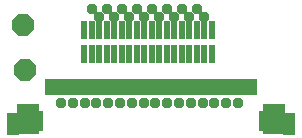
<source format=gts>
G75*
%MOIN*%
%OFA0B0*%
%FSLAX25Y25*%
%IPPOS*%
%LPD*%
%AMOC8*
5,1,8,0,0,1.08239X$1,22.5*
%
%ADD10R,0.02484X0.05984*%
%ADD11R,0.02165X0.05709*%
%ADD12R,0.07283X0.10433*%
%ADD13R,0.04134X0.07283*%
%ADD14R,0.02165X0.06693*%
%ADD15C,0.03772*%
%ADD16OC8,0.07480*%
D10*
X0053176Y0040878D03*
X0055676Y0040878D03*
X0058176Y0040878D03*
X0060676Y0040878D03*
X0063176Y0040878D03*
X0065676Y0040878D03*
X0068176Y0040878D03*
X0070676Y0040878D03*
X0073176Y0040878D03*
X0075676Y0040878D03*
X0078176Y0040878D03*
X0080676Y0040878D03*
X0083176Y0040878D03*
X0085676Y0040878D03*
X0088176Y0040878D03*
X0090676Y0040878D03*
X0093176Y0040878D03*
X0095676Y0040878D03*
X0095676Y0048878D03*
X0093176Y0048878D03*
X0090676Y0048878D03*
X0088176Y0048878D03*
X0085676Y0048878D03*
X0083176Y0048878D03*
X0080676Y0048878D03*
X0078176Y0048878D03*
X0075676Y0048878D03*
X0073176Y0048878D03*
X0070676Y0048878D03*
X0068176Y0048878D03*
X0065676Y0048878D03*
X0063176Y0048878D03*
X0060676Y0048878D03*
X0058176Y0048878D03*
X0055676Y0048878D03*
X0053176Y0048878D03*
D11*
X0052772Y0029799D03*
X0052772Y0029799D03*
X0052772Y0029799D03*
X0054741Y0029799D03*
X0054741Y0029799D03*
X0054741Y0029799D03*
X0056709Y0029799D03*
X0056709Y0029799D03*
X0056709Y0029799D03*
X0058678Y0029799D03*
X0058678Y0029799D03*
X0058678Y0029799D03*
X0060646Y0029799D03*
X0060646Y0029799D03*
X0060646Y0029799D03*
X0062615Y0029799D03*
X0062615Y0029799D03*
X0062615Y0029799D03*
X0064583Y0029799D03*
X0064583Y0029799D03*
X0064583Y0029799D03*
X0066552Y0029799D03*
X0066552Y0029799D03*
X0066552Y0029799D03*
X0068520Y0029799D03*
X0068520Y0029799D03*
X0068520Y0029799D03*
X0070489Y0029799D03*
X0070489Y0029799D03*
X0070489Y0029799D03*
X0072457Y0029799D03*
X0072457Y0029799D03*
X0072457Y0029799D03*
X0074426Y0029799D03*
X0074426Y0029799D03*
X0074426Y0029799D03*
X0076394Y0029799D03*
X0076394Y0029799D03*
X0076394Y0029799D03*
X0078363Y0029799D03*
X0078363Y0029799D03*
X0078363Y0029799D03*
X0080331Y0029799D03*
X0080331Y0029799D03*
X0080331Y0029799D03*
X0082300Y0029799D03*
X0082300Y0029799D03*
X0082300Y0029799D03*
X0084268Y0029799D03*
X0084268Y0029799D03*
X0084268Y0029799D03*
X0086237Y0029799D03*
X0086237Y0029799D03*
X0086237Y0029799D03*
X0088205Y0029799D03*
X0088205Y0029799D03*
X0088205Y0029799D03*
X0090174Y0029799D03*
X0090174Y0029799D03*
X0090174Y0029799D03*
X0092142Y0029799D03*
X0092142Y0029799D03*
X0092142Y0029799D03*
X0094111Y0029799D03*
X0094111Y0029799D03*
X0094111Y0029799D03*
X0096079Y0029799D03*
X0096079Y0029799D03*
X0096079Y0029799D03*
X0098048Y0029799D03*
X0098048Y0029799D03*
X0098048Y0029799D03*
X0100016Y0029799D03*
X0100016Y0029799D03*
X0100016Y0029799D03*
X0101985Y0029799D03*
X0101985Y0029799D03*
X0101985Y0029799D03*
X0103953Y0029799D03*
X0103953Y0029799D03*
X0103953Y0029799D03*
X0105922Y0029799D03*
X0105922Y0029799D03*
X0105922Y0029799D03*
X0107890Y0029799D03*
X0107890Y0029799D03*
X0107890Y0029799D03*
X0109859Y0029799D03*
X0109859Y0029799D03*
X0109859Y0029799D03*
X0050804Y0029799D03*
X0050804Y0029799D03*
X0050804Y0029799D03*
X0048835Y0029799D03*
X0048835Y0029799D03*
X0048835Y0029799D03*
X0046867Y0029799D03*
X0046867Y0029799D03*
X0046867Y0029799D03*
X0044898Y0029799D03*
X0044898Y0029799D03*
X0044898Y0029799D03*
X0042930Y0029799D03*
X0042930Y0029799D03*
X0042930Y0029799D03*
X0040961Y0029799D03*
X0040961Y0029799D03*
X0040961Y0029799D03*
D12*
X0034268Y0019169D03*
X0034268Y0019169D03*
X0034268Y0019169D03*
X0116552Y0019169D03*
X0116552Y0019169D03*
X0116552Y0019169D03*
D13*
X0029544Y0017594D03*
X0029544Y0017594D03*
X0029544Y0017594D03*
X0121276Y0017594D03*
X0121276Y0017594D03*
X0121276Y0017594D03*
D14*
X0112320Y0018382D03*
X0038501Y0018382D03*
D15*
X0045371Y0024406D03*
X0049308Y0024406D03*
X0053245Y0024406D03*
X0057201Y0024406D03*
X0061119Y0024406D03*
X0065056Y0024406D03*
X0068993Y0024406D03*
X0072930Y0024406D03*
X0076867Y0024406D03*
X0080804Y0024406D03*
X0084741Y0024406D03*
X0088678Y0024406D03*
X0092615Y0024406D03*
X0096552Y0024406D03*
X0100489Y0024406D03*
X0104426Y0024406D03*
X0093166Y0053323D03*
X0090686Y0055843D03*
X0088166Y0053323D03*
X0085686Y0055843D03*
X0083166Y0053323D03*
X0080686Y0055843D03*
X0078166Y0053323D03*
X0075686Y0055843D03*
X0073166Y0053323D03*
X0070686Y0055843D03*
X0068166Y0053323D03*
X0065686Y0055843D03*
X0063166Y0053323D03*
X0060686Y0055843D03*
X0058166Y0053323D03*
X0055686Y0055843D03*
D16*
X0032772Y0050685D03*
X0033264Y0035429D03*
M02*

</source>
